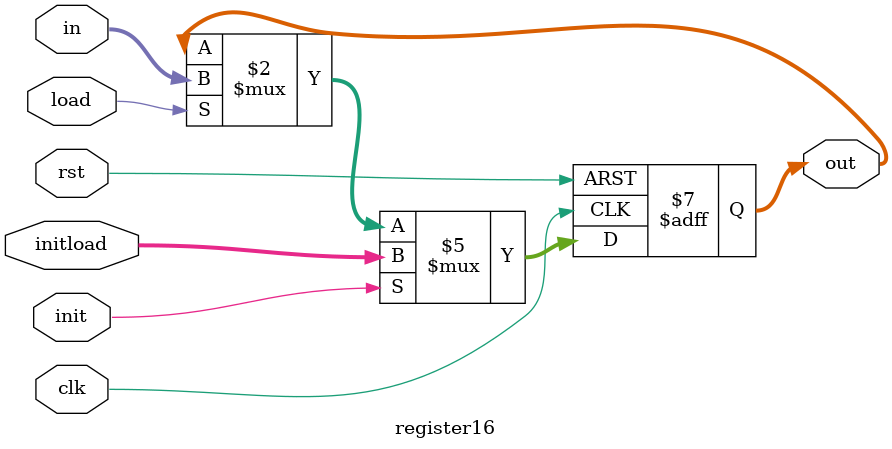
<source format=v>
module register16(input clk,rst,load,init, input[15:0] in, input[15:0] initload, output reg [15:0] out);
	always @(posedge clk, posedge rst) begin
		if (rst) out <= 16'h0000;
		else begin
			if (init) out <= initload;
			else begin
				if (load) out <= in;
			end
		end
	end
endmodule

</source>
